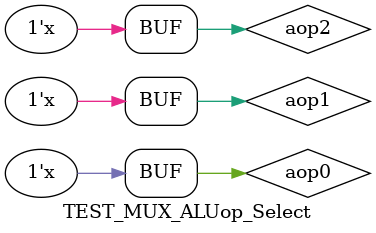
<source format=v>
`timescale 1ns / 1ps


module TEST_MUX_ALUop_Select;

	// Inputs
	reg aop2;
	reg aop1;
	reg aop0;

	// Outputs
	wire [6:0] select;

	// Instantiate the Unit Under Test (UUT)
	MUX_ALUop_Select uut (
		.select(select), 
		.aop2(aop2), 
		.aop1(aop1), 
		.aop0(aop0)
	);

	initial begin
		// Initialize Inputs
		aop2 = 0;
		aop1 = 0;
		aop0 = 0;

		// Wait 100 ns for global reset to finish
		#100;
        
		// Add stimulus here

	end
	always begin
	#1 {aop0, aop1, aop2}= {aop0, aop1, aop2}+1;
	end
      
endmodule


</source>
